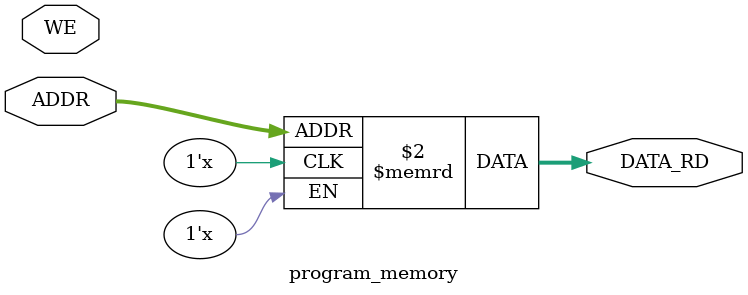
<source format=sv>
`timescale 1ns / 1ps


module program_memory #(
    parameter DWIDTH = 8,
    parameter COUNT = 16
    )(
    input logic WE,
    input logic [DWIDTH-1:0] ADDR,
    output logic [DWIDTH-1:0] DATA_RD
    );
    
    logic [DWIDTH-1:0] mem[COUNT];
    
    always_comb DATA_RD = mem[ADDR];

endmodule

</source>
